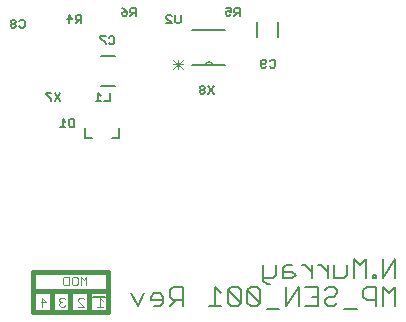
<source format=gbo>
G75*
%MOIN*%
%OFA0B0*%
%FSLAX25Y25*%
%IPPOS*%
%LPD*%
%AMOC8*
5,1,8,0,0,1.08239X$1,22.5*
%
%ADD10C,0.00600*%
%ADD11C,0.01600*%
%ADD12C,0.00300*%
%ADD13C,0.00000*%
D10*
X0283212Y0213164D02*
X0287482Y0213164D01*
X0296103Y0214232D02*
X0298238Y0209961D01*
X0300373Y0214232D01*
X0302548Y0213164D02*
X0302548Y0212097D01*
X0306819Y0212097D01*
X0306819Y0213164D02*
X0306819Y0211029D01*
X0305751Y0209961D01*
X0303616Y0209961D01*
X0302548Y0213164D02*
X0303616Y0214232D01*
X0305751Y0214232D01*
X0306819Y0213164D01*
X0308994Y0213164D02*
X0310061Y0212097D01*
X0313264Y0212097D01*
X0311129Y0212097D02*
X0308994Y0209961D01*
X0308994Y0213164D02*
X0308994Y0215299D01*
X0310061Y0216367D01*
X0313264Y0216367D01*
X0313264Y0209961D01*
X0321885Y0209961D02*
X0326155Y0209961D01*
X0324020Y0209961D02*
X0324020Y0216367D01*
X0326155Y0214232D01*
X0328330Y0215299D02*
X0332601Y0211029D01*
X0331533Y0209961D01*
X0329398Y0209961D01*
X0328330Y0211029D01*
X0328330Y0215299D01*
X0329398Y0216367D01*
X0331533Y0216367D01*
X0332601Y0215299D01*
X0332601Y0211029D01*
X0334776Y0211029D02*
X0335843Y0209961D01*
X0337979Y0209961D01*
X0339046Y0211029D01*
X0334776Y0215299D01*
X0334776Y0211029D01*
X0339046Y0211029D02*
X0339046Y0215299D01*
X0337979Y0216367D01*
X0335843Y0216367D01*
X0334776Y0215299D01*
X0340147Y0218343D02*
X0341215Y0217275D01*
X0342282Y0217275D01*
X0340147Y0218343D02*
X0340147Y0223681D01*
X0340147Y0219410D02*
X0343350Y0219410D01*
X0344417Y0220478D01*
X0344417Y0223681D01*
X0346593Y0222613D02*
X0346593Y0219410D01*
X0349795Y0219410D01*
X0350863Y0220478D01*
X0349795Y0221545D01*
X0346593Y0221545D01*
X0346593Y0222613D02*
X0347660Y0223681D01*
X0349795Y0223681D01*
X0353031Y0223681D02*
X0354099Y0223681D01*
X0356234Y0221545D01*
X0356234Y0219410D02*
X0356234Y0223681D01*
X0358403Y0223681D02*
X0359470Y0223681D01*
X0361605Y0221545D01*
X0361605Y0219410D02*
X0361605Y0223681D01*
X0363781Y0223681D02*
X0363781Y0219410D01*
X0366983Y0219410D01*
X0368051Y0220478D01*
X0368051Y0223681D01*
X0370226Y0225816D02*
X0370226Y0219410D01*
X0374496Y0219410D02*
X0374496Y0225816D01*
X0372361Y0223681D01*
X0370226Y0225816D01*
X0376652Y0220478D02*
X0376652Y0219410D01*
X0377719Y0219410D01*
X0377719Y0220478D01*
X0376652Y0220478D01*
X0379894Y0219410D02*
X0379894Y0225816D01*
X0384165Y0225816D02*
X0379894Y0219410D01*
X0379894Y0216367D02*
X0379894Y0209961D01*
X0377719Y0209961D02*
X0377719Y0216367D01*
X0374516Y0216367D01*
X0373449Y0215299D01*
X0373449Y0213164D01*
X0374516Y0212097D01*
X0377719Y0212097D01*
X0379894Y0216367D02*
X0382029Y0214232D01*
X0384165Y0216367D01*
X0384165Y0209961D01*
X0384165Y0219410D02*
X0384165Y0225816D01*
X0364828Y0215299D02*
X0364828Y0214232D01*
X0363761Y0213164D01*
X0361625Y0213164D01*
X0360558Y0212097D01*
X0360558Y0211029D01*
X0361625Y0209961D01*
X0363761Y0209961D01*
X0364828Y0211029D01*
X0367003Y0208894D02*
X0371274Y0208894D01*
X0364828Y0215299D02*
X0363761Y0216367D01*
X0361625Y0216367D01*
X0360558Y0215299D01*
X0358383Y0216367D02*
X0358383Y0209961D01*
X0354112Y0209961D01*
X0351937Y0209961D02*
X0351937Y0216367D01*
X0347667Y0209961D01*
X0347667Y0216367D01*
X0354112Y0216367D02*
X0358383Y0216367D01*
X0358383Y0213164D02*
X0356247Y0213164D01*
X0345492Y0208894D02*
X0341221Y0208894D01*
X0292033Y0266117D02*
X0289833Y0266117D01*
X0292033Y0266117D02*
X0292033Y0269317D01*
X0283033Y0266117D02*
X0280833Y0266117D01*
X0280833Y0269317D01*
X0277078Y0269804D02*
X0275777Y0269804D01*
X0275343Y0270238D01*
X0275343Y0271972D01*
X0275777Y0272406D01*
X0277078Y0272406D01*
X0277078Y0269804D01*
X0274131Y0269804D02*
X0272397Y0269804D01*
X0273264Y0269804D02*
X0273264Y0272406D01*
X0274131Y0271539D01*
X0272354Y0278465D02*
X0270619Y0281068D01*
X0269407Y0281068D02*
X0267672Y0281068D01*
X0267672Y0280634D01*
X0269407Y0278899D01*
X0269407Y0278465D01*
X0270619Y0278465D02*
X0272354Y0281068D01*
X0284208Y0278465D02*
X0285942Y0278465D01*
X0285075Y0278465D02*
X0285075Y0281068D01*
X0285942Y0280200D01*
X0287154Y0278465D02*
X0288889Y0278465D01*
X0288889Y0281068D01*
X0290802Y0283502D02*
X0286002Y0283502D01*
X0286002Y0293302D02*
X0290802Y0293302D01*
X0290030Y0297363D02*
X0289163Y0297363D01*
X0288729Y0297797D01*
X0287517Y0297797D02*
X0287517Y0297363D01*
X0287517Y0297797D02*
X0285782Y0299532D01*
X0285782Y0299965D01*
X0287517Y0299965D01*
X0288729Y0299532D02*
X0289163Y0299965D01*
X0290030Y0299965D01*
X0290464Y0299532D01*
X0290464Y0297797D01*
X0290030Y0297363D01*
X0293303Y0306812D02*
X0292869Y0307246D01*
X0292869Y0307679D01*
X0293303Y0308113D01*
X0294604Y0308113D01*
X0294604Y0307246D01*
X0294170Y0306812D01*
X0293303Y0306812D01*
X0294604Y0308113D02*
X0293736Y0308980D01*
X0292869Y0309414D01*
X0295816Y0308980D02*
X0295816Y0308113D01*
X0296249Y0307679D01*
X0297550Y0307679D01*
X0296683Y0307679D02*
X0295816Y0306812D01*
X0297550Y0306812D02*
X0297550Y0309414D01*
X0296249Y0309414D01*
X0295816Y0308980D01*
X0307830Y0306618D02*
X0308263Y0307052D01*
X0309131Y0307052D01*
X0309565Y0306618D01*
X0310776Y0307052D02*
X0310776Y0304883D01*
X0311210Y0304450D01*
X0312077Y0304450D01*
X0312511Y0304883D01*
X0312511Y0307052D01*
X0309565Y0304450D02*
X0307830Y0306184D01*
X0307830Y0306618D01*
X0307830Y0304450D02*
X0309565Y0304450D01*
X0316466Y0302176D02*
X0327266Y0302176D01*
X0327948Y0306812D02*
X0328816Y0306812D01*
X0329250Y0307246D01*
X0329250Y0308113D02*
X0328382Y0308547D01*
X0327948Y0308547D01*
X0327515Y0308113D01*
X0327515Y0307246D01*
X0327948Y0306812D01*
X0329250Y0308113D02*
X0329250Y0309414D01*
X0327515Y0309414D01*
X0330461Y0308980D02*
X0330461Y0308113D01*
X0330895Y0307679D01*
X0332196Y0307679D01*
X0332196Y0306812D02*
X0332196Y0309414D01*
X0330895Y0309414D01*
X0330461Y0308980D01*
X0331329Y0307679D02*
X0330461Y0306812D01*
X0338051Y0304581D02*
X0338051Y0299781D01*
X0345051Y0299781D02*
X0345051Y0304581D01*
X0343573Y0292091D02*
X0344007Y0291657D01*
X0344007Y0289923D01*
X0343573Y0289489D01*
X0342706Y0289489D01*
X0342272Y0289923D01*
X0341061Y0289923D02*
X0340627Y0289489D01*
X0339759Y0289489D01*
X0339326Y0289923D01*
X0339326Y0291657D01*
X0339759Y0292091D01*
X0340627Y0292091D01*
X0341061Y0291657D01*
X0341061Y0291224D01*
X0340627Y0290790D01*
X0339326Y0290790D01*
X0342272Y0291657D02*
X0342706Y0292091D01*
X0343573Y0292091D01*
X0327266Y0290376D02*
X0323066Y0290376D01*
X0320666Y0290376D01*
X0316466Y0290376D01*
X0319287Y0283430D02*
X0318853Y0282996D01*
X0318853Y0282562D01*
X0319287Y0282129D01*
X0320154Y0282129D01*
X0320588Y0282562D01*
X0320588Y0282996D01*
X0320154Y0283430D01*
X0319287Y0283430D01*
X0319287Y0282129D02*
X0318853Y0281695D01*
X0318853Y0281261D01*
X0319287Y0280828D01*
X0320154Y0280828D01*
X0320588Y0281261D01*
X0320588Y0281695D01*
X0320154Y0282129D01*
X0321800Y0283430D02*
X0323535Y0280828D01*
X0321800Y0280828D02*
X0323535Y0283430D01*
X0279440Y0304450D02*
X0279440Y0307052D01*
X0278139Y0307052D01*
X0277705Y0306618D01*
X0277705Y0305751D01*
X0278139Y0305317D01*
X0279440Y0305317D01*
X0278573Y0305317D02*
X0277705Y0304450D01*
X0276494Y0305751D02*
X0274759Y0305751D01*
X0275193Y0307052D02*
X0276494Y0305751D01*
X0275193Y0304450D02*
X0275193Y0307052D01*
X0260543Y0305043D02*
X0260543Y0303309D01*
X0260109Y0302875D01*
X0259241Y0302875D01*
X0258808Y0303309D01*
X0257596Y0303309D02*
X0257596Y0303742D01*
X0257162Y0304176D01*
X0256295Y0304176D01*
X0255861Y0303742D01*
X0255861Y0303309D01*
X0256295Y0302875D01*
X0257162Y0302875D01*
X0257596Y0303309D01*
X0257162Y0304176D02*
X0257596Y0304610D01*
X0257596Y0305043D01*
X0257162Y0305477D01*
X0256295Y0305477D01*
X0255861Y0305043D01*
X0255861Y0304610D01*
X0256295Y0304176D01*
X0258808Y0305043D02*
X0259241Y0305477D01*
X0260109Y0305477D01*
X0260543Y0305043D01*
D11*
X0263205Y0214386D02*
X0263205Y0208087D01*
X0269504Y0208087D01*
X0269504Y0215173D01*
X0275803Y0215173D01*
X0275803Y0208087D01*
X0282102Y0208087D01*
X0282102Y0215173D01*
X0288402Y0215173D01*
X0288402Y0221472D01*
X0263205Y0221472D01*
X0263205Y0215173D01*
X0269504Y0215173D01*
X0275803Y0215173D02*
X0282102Y0215173D01*
X0288402Y0215173D02*
X0288402Y0208087D01*
X0282102Y0208087D01*
X0275803Y0208087D02*
X0269504Y0208087D01*
D12*
X0272143Y0210295D02*
X0272627Y0209811D01*
X0273595Y0209811D01*
X0274078Y0210295D01*
X0273111Y0211263D02*
X0272627Y0211263D01*
X0272143Y0210779D01*
X0272143Y0210295D01*
X0272627Y0211263D02*
X0272143Y0211746D01*
X0272143Y0212230D01*
X0272627Y0212714D01*
X0273595Y0212714D01*
X0274078Y0212230D01*
X0278443Y0212230D02*
X0278926Y0212714D01*
X0279894Y0212714D01*
X0280378Y0212230D01*
X0278443Y0212230D02*
X0278443Y0211746D01*
X0280378Y0209811D01*
X0278443Y0209811D01*
X0284742Y0209811D02*
X0286677Y0209811D01*
X0285709Y0209811D02*
X0285709Y0212714D01*
X0286677Y0211746D01*
X0281165Y0216898D02*
X0281165Y0219801D01*
X0280197Y0218833D01*
X0279230Y0219801D01*
X0279230Y0216898D01*
X0278218Y0217382D02*
X0277735Y0216898D01*
X0276767Y0216898D01*
X0276283Y0217382D01*
X0276283Y0219317D01*
X0276767Y0219801D01*
X0277735Y0219801D01*
X0278218Y0219317D01*
X0278218Y0217382D01*
X0275272Y0216898D02*
X0275272Y0219801D01*
X0273821Y0219801D01*
X0273337Y0219317D01*
X0273337Y0217382D01*
X0273821Y0216898D01*
X0275272Y0216898D01*
X0267779Y0211263D02*
X0265844Y0211263D01*
X0266328Y0212714D02*
X0267779Y0211263D01*
X0266328Y0209811D02*
X0266328Y0212714D01*
X0310116Y0289006D02*
X0313252Y0292142D01*
X0311684Y0292142D02*
X0311684Y0289006D01*
X0313252Y0289006D02*
X0310116Y0292142D01*
X0310116Y0290574D02*
X0313252Y0290574D01*
D13*
X0320666Y0290376D02*
X0320668Y0290445D01*
X0320674Y0290513D01*
X0320684Y0290581D01*
X0320697Y0290648D01*
X0320715Y0290714D01*
X0320736Y0290779D01*
X0320761Y0290843D01*
X0320789Y0290905D01*
X0320821Y0290966D01*
X0320856Y0291025D01*
X0320895Y0291081D01*
X0320937Y0291136D01*
X0320982Y0291187D01*
X0321030Y0291237D01*
X0321080Y0291283D01*
X0321133Y0291326D01*
X0321189Y0291367D01*
X0321246Y0291404D01*
X0321306Y0291437D01*
X0321368Y0291468D01*
X0321431Y0291494D01*
X0321495Y0291517D01*
X0321561Y0291537D01*
X0321628Y0291552D01*
X0321695Y0291564D01*
X0321763Y0291572D01*
X0321832Y0291576D01*
X0321900Y0291576D01*
X0321969Y0291572D01*
X0322037Y0291564D01*
X0322104Y0291552D01*
X0322171Y0291537D01*
X0322237Y0291517D01*
X0322301Y0291494D01*
X0322364Y0291468D01*
X0322426Y0291437D01*
X0322486Y0291404D01*
X0322543Y0291367D01*
X0322599Y0291326D01*
X0322652Y0291283D01*
X0322702Y0291237D01*
X0322750Y0291187D01*
X0322795Y0291136D01*
X0322837Y0291081D01*
X0322876Y0291025D01*
X0322911Y0290966D01*
X0322943Y0290905D01*
X0322971Y0290843D01*
X0322996Y0290779D01*
X0323017Y0290714D01*
X0323035Y0290648D01*
X0323048Y0290581D01*
X0323058Y0290513D01*
X0323064Y0290445D01*
X0323066Y0290376D01*
M02*

</source>
